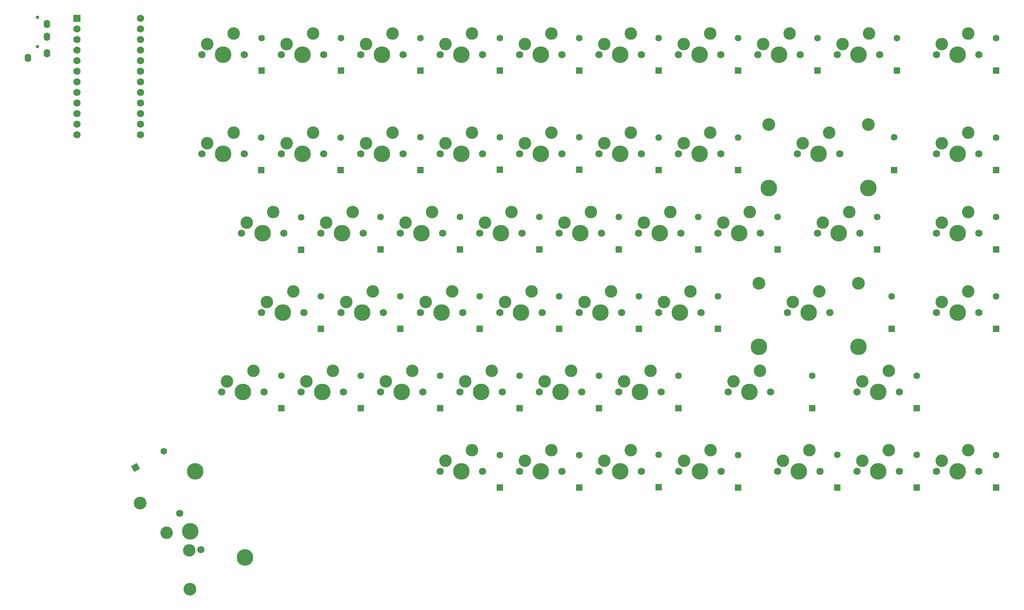
<source format=gbr>
G04 #@! TF.GenerationSoftware,KiCad,Pcbnew,7.0.9*
G04 #@! TF.CreationDate,2023-12-20T04:01:07-06:00*
G04 #@! TF.ProjectId,keyboard,6b657962-6f61-4726-942e-6b696361645f,rev?*
G04 #@! TF.SameCoordinates,Original*
G04 #@! TF.FileFunction,Soldermask,Top*
G04 #@! TF.FilePolarity,Negative*
%FSLAX46Y46*%
G04 Gerber Fmt 4.6, Leading zero omitted, Abs format (unit mm)*
G04 Created by KiCad (PCBNEW 7.0.9) date 2023-12-20 04:01:07*
%MOMM*%
%LPD*%
G01*
G04 APERTURE LIST*
G04 Aperture macros list*
%AMRotRect*
0 Rectangle, with rotation*
0 The origin of the aperture is its center*
0 $1 length*
0 $2 width*
0 $3 Rotation angle, in degrees counterclockwise*
0 Add horizontal line*
21,1,$1,$2,0,0,$3*%
G04 Aperture macros list end*
%ADD10C,1.750000*%
%ADD11C,3.000000*%
%ADD12C,3.987800*%
%ADD13R,1.752600X1.752600*%
%ADD14C,1.752600*%
%ADD15C,3.048000*%
%ADD16C,0.800000*%
%ADD17O,1.600000X2.000000*%
%ADD18R,1.600000X1.600000*%
%ADD19C,1.600000*%
%ADD20RotRect,1.600000X1.600000X30.000000*%
G04 APERTURE END LIST*
D10*
X383213000Y-116824132D03*
D11*
X384483000Y-114284132D03*
D12*
X388293000Y-116824132D03*
D11*
X390833000Y-111744132D03*
D10*
X393373000Y-116824132D03*
X392738000Y-135874132D03*
D11*
X394008000Y-133334132D03*
D12*
X397818000Y-135874132D03*
D11*
X400358000Y-130794132D03*
D10*
X402898000Y-135874132D03*
D13*
X300860000Y-46200000D03*
D14*
X300860000Y-48740000D03*
X300860000Y-51280000D03*
X300860000Y-53820000D03*
X300860000Y-56360000D03*
X300860000Y-58900000D03*
X300860000Y-61440000D03*
X300860000Y-63980000D03*
X300860000Y-66520000D03*
X300860000Y-69060000D03*
X300860000Y-71600000D03*
X300860000Y-74140000D03*
X316100000Y-74140000D03*
X316100000Y-71600000D03*
X316100000Y-69060000D03*
X316100000Y-66520000D03*
X316100000Y-63980000D03*
X316100000Y-61440000D03*
X316100000Y-58900000D03*
X316100000Y-56360000D03*
X316100000Y-53820000D03*
X316100000Y-51280000D03*
X316100000Y-48740000D03*
X316100000Y-46200000D03*
D10*
X378450500Y-97774132D03*
D11*
X379720500Y-95234132D03*
D12*
X383530500Y-97774132D03*
D11*
X386070500Y-92694132D03*
D10*
X388610500Y-97774132D03*
X397500500Y-97774132D03*
D11*
X398770500Y-95234132D03*
D12*
X402580500Y-97774132D03*
D11*
X405120500Y-92694132D03*
D10*
X407660500Y-97774132D03*
D15*
X466842500Y-71739132D03*
D12*
X466842500Y-86979132D03*
D10*
X473700500Y-78724132D03*
D11*
X474970500Y-76184132D03*
D12*
X478780500Y-78724132D03*
D11*
X481320500Y-73644132D03*
D10*
X483860500Y-78724132D03*
D15*
X490718500Y-71739132D03*
D12*
X490718500Y-86979132D03*
D10*
X407025500Y-154924132D03*
D11*
X408295500Y-152384132D03*
D12*
X412105500Y-154924132D03*
D11*
X414645500Y-149844132D03*
D10*
X417185500Y-154924132D03*
X445125500Y-78724132D03*
D11*
X446395500Y-76184132D03*
D12*
X450205500Y-78724132D03*
D11*
X452745500Y-73644132D03*
D10*
X455285500Y-78724132D03*
X349875500Y-54911632D03*
D11*
X351145500Y-52371632D03*
D12*
X354955500Y-54911632D03*
D11*
X357495500Y-49831632D03*
D10*
X360035500Y-54911632D03*
X421313000Y-116824132D03*
D11*
X422583000Y-114284132D03*
D12*
X426393000Y-116824132D03*
D11*
X428933000Y-111744132D03*
D10*
X431473000Y-116824132D03*
X387975500Y-154924132D03*
D11*
X389245500Y-152384132D03*
D12*
X393055500Y-154924132D03*
D11*
X395595500Y-149844132D03*
D10*
X398135500Y-154924132D03*
X335588000Y-135874132D03*
D11*
X336858000Y-133334132D03*
D12*
X340668000Y-135874132D03*
D11*
X343208000Y-130794132D03*
D10*
X345748000Y-135874132D03*
X373688000Y-135874132D03*
D11*
X374958000Y-133334132D03*
D12*
X378768000Y-135874132D03*
D11*
X381308000Y-130794132D03*
D10*
X383848000Y-135874132D03*
X487988000Y-135874132D03*
D11*
X489258000Y-133334132D03*
D12*
X493068000Y-135874132D03*
D11*
X495608000Y-130794132D03*
D10*
X498148000Y-135874132D03*
X330825500Y-78724132D03*
D11*
X332095500Y-76184132D03*
D12*
X335905500Y-78724132D03*
D11*
X338445500Y-73644132D03*
D10*
X340985500Y-78724132D03*
X354638000Y-135874132D03*
D11*
X355908000Y-133334132D03*
D12*
X359718000Y-135874132D03*
D11*
X362258000Y-130794132D03*
D10*
X364798000Y-135874132D03*
X340350500Y-97774132D03*
D11*
X341620500Y-95234132D03*
D12*
X345430500Y-97774132D03*
D11*
X347970500Y-92694132D03*
D10*
X350510500Y-97774132D03*
X440363000Y-116824132D03*
D11*
X441633000Y-114284132D03*
D12*
X445443000Y-116824132D03*
D11*
X447983000Y-111744132D03*
D10*
X450523000Y-116824132D03*
X457031750Y-135874132D03*
D11*
X458301750Y-133334132D03*
D12*
X462111750Y-135874132D03*
D11*
X464651750Y-130794132D03*
D10*
X467191750Y-135874132D03*
X387975500Y-78724132D03*
D11*
X389245500Y-76184132D03*
D12*
X393055500Y-78724132D03*
D11*
X395595500Y-73644132D03*
D10*
X398135500Y-78724132D03*
X468938000Y-154924132D03*
D11*
X470208000Y-152384132D03*
D12*
X474018000Y-154924132D03*
D11*
X476558000Y-149844132D03*
D10*
X479098000Y-154924132D03*
X407025500Y-54911632D03*
D11*
X408295500Y-52371632D03*
D12*
X412105500Y-54911632D03*
D11*
X414645500Y-49831632D03*
D10*
X417185500Y-54911632D03*
X487988000Y-154924132D03*
D11*
X489258000Y-152384132D03*
D12*
X493068000Y-154924132D03*
D11*
X495608000Y-149844132D03*
D10*
X498148000Y-154924132D03*
X507038000Y-97774132D03*
D11*
X508308000Y-95234132D03*
D12*
X512118000Y-97774132D03*
D11*
X514658000Y-92694132D03*
D10*
X517198000Y-97774132D03*
X507038000Y-116824132D03*
D11*
X508308000Y-114284132D03*
D12*
X512118000Y-116824132D03*
D11*
X514658000Y-111744132D03*
D10*
X517198000Y-116824132D03*
X426075500Y-154924132D03*
D11*
X427345500Y-152384132D03*
D12*
X431155500Y-154924132D03*
D11*
X433695500Y-149844132D03*
D10*
X436235500Y-154924132D03*
X483225500Y-54911632D03*
D11*
X484495500Y-52371632D03*
D12*
X488305500Y-54911632D03*
D11*
X490845500Y-49831632D03*
D10*
X493385500Y-54911632D03*
D15*
X464461250Y-109839132D03*
D12*
X464461250Y-125079132D03*
D10*
X471319250Y-116824132D03*
D11*
X472589250Y-114284132D03*
D12*
X476399250Y-116824132D03*
D11*
X478939250Y-111744132D03*
D10*
X481479250Y-116824132D03*
D15*
X488337250Y-109839132D03*
D12*
X488337250Y-125079132D03*
D10*
X464175500Y-54911632D03*
D11*
X465445500Y-52371632D03*
D12*
X469255500Y-54911632D03*
D11*
X471795500Y-49831632D03*
D10*
X474335500Y-54911632D03*
X349875500Y-78724132D03*
D11*
X351145500Y-76184132D03*
D12*
X354955500Y-78724132D03*
D11*
X357495500Y-73644132D03*
D10*
X360035500Y-78724132D03*
X387975500Y-54911632D03*
D11*
X389245500Y-52371632D03*
D12*
X393055500Y-54911632D03*
D11*
X395595500Y-49831632D03*
D10*
X398135500Y-54911632D03*
X368925500Y-54911632D03*
D11*
X370195500Y-52371632D03*
D12*
X374005500Y-54911632D03*
D11*
X376545500Y-49831632D03*
D10*
X379085500Y-54911632D03*
X445252500Y-154924132D03*
D11*
X446522500Y-152384132D03*
D12*
X450332500Y-154924132D03*
D11*
X452872500Y-149844132D03*
D10*
X455412500Y-154924132D03*
X402263000Y-116824132D03*
D11*
X403533000Y-114284132D03*
D12*
X407343000Y-116824132D03*
D11*
X409883000Y-111744132D03*
D10*
X412423000Y-116824132D03*
X345113000Y-116824132D03*
D11*
X346383000Y-114284132D03*
D12*
X350193000Y-116824132D03*
D11*
X352733000Y-111744132D03*
D10*
X355273000Y-116824132D03*
X368925500Y-78724132D03*
D11*
X370195500Y-76184132D03*
D12*
X374005500Y-78724132D03*
D11*
X376545500Y-73644132D03*
D10*
X379085500Y-78724132D03*
X507038000Y-154924132D03*
D11*
X508308000Y-152384132D03*
D12*
X512118000Y-154924132D03*
D11*
X514658000Y-149844132D03*
D10*
X517198000Y-154924132D03*
X416550500Y-97774132D03*
D11*
X417820500Y-95234132D03*
D12*
X421630500Y-97774132D03*
D11*
X424170500Y-92694132D03*
D10*
X426710500Y-97774132D03*
X364163000Y-116824132D03*
D11*
X365433000Y-114284132D03*
D12*
X369243000Y-116824132D03*
D11*
X371783000Y-111744132D03*
D10*
X374323000Y-116824132D03*
X359400500Y-97774132D03*
D11*
X360670500Y-95234132D03*
D12*
X364480500Y-97774132D03*
D11*
X367020500Y-92694132D03*
D10*
X369560500Y-97774132D03*
D15*
X327990273Y-183192200D03*
D12*
X341188500Y-175572200D03*
D10*
X330610460Y-173760498D03*
D11*
X327775755Y-173930646D03*
D12*
X328070460Y-169361089D03*
D11*
X322401051Y-169701384D03*
D10*
X325530460Y-164961680D03*
D15*
X316052273Y-162514978D03*
D12*
X329250500Y-154894978D03*
D10*
X330825500Y-54911632D03*
D11*
X332095500Y-52371632D03*
D12*
X335905500Y-54911632D03*
D11*
X338445500Y-49831632D03*
D10*
X340985500Y-54911632D03*
X426075500Y-78724132D03*
D11*
X427345500Y-76184132D03*
D12*
X431155500Y-78724132D03*
D11*
X433695500Y-73644132D03*
D10*
X436235500Y-78724132D03*
X411788000Y-135874132D03*
D11*
X413058000Y-133334132D03*
D12*
X416868000Y-135874132D03*
D11*
X419408000Y-130794132D03*
D10*
X421948000Y-135874132D03*
X507038000Y-78724132D03*
D11*
X508308000Y-76184132D03*
D12*
X512118000Y-78724132D03*
D11*
X514658000Y-73644132D03*
D10*
X517198000Y-78724132D03*
X426075500Y-54911632D03*
D11*
X427345500Y-52371632D03*
D12*
X431155500Y-54911632D03*
D11*
X433695500Y-49831632D03*
D10*
X436235500Y-54911632D03*
X407025500Y-78724132D03*
D11*
X408295500Y-76184132D03*
D12*
X412105500Y-78724132D03*
D11*
X414645500Y-73644132D03*
D10*
X417185500Y-78724132D03*
X435600500Y-97774132D03*
D11*
X436870500Y-95234132D03*
D12*
X440680500Y-97774132D03*
D11*
X443220500Y-92694132D03*
D10*
X445760500Y-97774132D03*
X507038000Y-54911632D03*
D11*
X508308000Y-52371632D03*
D12*
X512118000Y-54911632D03*
D11*
X514658000Y-49831632D03*
D10*
X517198000Y-54911632D03*
X454650500Y-97774132D03*
D11*
X455920500Y-95234132D03*
D12*
X459730500Y-97774132D03*
D11*
X462270500Y-92694132D03*
D10*
X464810500Y-97774132D03*
X445125500Y-54911632D03*
D11*
X446395500Y-52371632D03*
D12*
X450205500Y-54911632D03*
D11*
X452745500Y-49831632D03*
D10*
X455285500Y-54911632D03*
X430838000Y-135874132D03*
D11*
X432108000Y-133334132D03*
D12*
X435918000Y-135874132D03*
D11*
X438458000Y-130794132D03*
D10*
X440998000Y-135874132D03*
D16*
X291350000Y-46000000D03*
X291350000Y-53000000D03*
D17*
X289050000Y-55700000D03*
X293650000Y-54600000D03*
X293650000Y-50600000D03*
X293650000Y-47600000D03*
D10*
X478463000Y-97774132D03*
D11*
X479733000Y-95234132D03*
D12*
X483543000Y-97774132D03*
D11*
X486083000Y-92694132D03*
D10*
X488623000Y-97774132D03*
D18*
X459420500Y-58732200D03*
D19*
X459420500Y-50932200D03*
D18*
X383220500Y-82582200D03*
D19*
X383220500Y-74782200D03*
D18*
X378440500Y-120722200D03*
D19*
X378440500Y-112922200D03*
D18*
X345100499Y-58777201D03*
D19*
X345100499Y-50977201D03*
D18*
X521300500Y-120742200D03*
D19*
X521300500Y-112942200D03*
D18*
X349900500Y-139787200D03*
D19*
X349900500Y-131987200D03*
D18*
X387980500Y-139742200D03*
D19*
X387980500Y-131942200D03*
D18*
X364170501Y-58777199D03*
D19*
X364170501Y-50977199D03*
D18*
X521320500Y-101677200D03*
D19*
X521320500Y-93877200D03*
D18*
X373660500Y-101702200D03*
D19*
X373660500Y-93902200D03*
D18*
X521370500Y-82622200D03*
D19*
X521370500Y-74822200D03*
D18*
X492770500Y-101667200D03*
D19*
X492770500Y-93867200D03*
D18*
X502260500Y-158787200D03*
D19*
X502260500Y-150987200D03*
D18*
X407015500Y-139774700D03*
D19*
X407015500Y-131974700D03*
D18*
X421320499Y-58752201D03*
D19*
X421320499Y-50952201D03*
D18*
X477260500Y-139742200D03*
D19*
X477260500Y-131942200D03*
D18*
X468930500Y-101662200D03*
D19*
X468930500Y-93862200D03*
D18*
X392720500Y-101682200D03*
D19*
X392720500Y-93882200D03*
D18*
X496883000Y-82587200D03*
D19*
X496883000Y-74787200D03*
D18*
X383230500Y-58772200D03*
D19*
X383230500Y-50972200D03*
D18*
X435610500Y-120692200D03*
D19*
X435610500Y-112892200D03*
D20*
X314923001Y-154012200D03*
D19*
X321677999Y-150112200D03*
D18*
X521350500Y-158802200D03*
D19*
X521350500Y-151002200D03*
D18*
X449860500Y-101677200D03*
D19*
X449860500Y-93877200D03*
D18*
X397490500Y-120722200D03*
D19*
X397490500Y-112922200D03*
D18*
X345088000Y-82599700D03*
D19*
X345088000Y-74799700D03*
D18*
X354590500Y-101734700D03*
D19*
X354590500Y-93934700D03*
D18*
X426070500Y-139762200D03*
D19*
X426070500Y-131962200D03*
D18*
X421330500Y-82542200D03*
D19*
X421330500Y-74742200D03*
D18*
X440355500Y-82612200D03*
D19*
X440355500Y-74812200D03*
D18*
X459470500Y-82592200D03*
D19*
X459470500Y-74792200D03*
D18*
X359370500Y-120737200D03*
D19*
X359370500Y-112937200D03*
D18*
X496250500Y-120707200D03*
D19*
X496250500Y-112907200D03*
D18*
X416540500Y-120702200D03*
D19*
X416540500Y-112902200D03*
D18*
X402260500Y-82562200D03*
D19*
X402260500Y-74762200D03*
D18*
X368910500Y-139762200D03*
D19*
X368910500Y-131962200D03*
D18*
X497530500Y-58732200D03*
D19*
X497530500Y-50932200D03*
D18*
X364140500Y-82602200D03*
D19*
X364140500Y-74802200D03*
D18*
X483220500Y-158782200D03*
D19*
X483220500Y-150982200D03*
D18*
X521370500Y-58732200D03*
D19*
X521370500Y-50932200D03*
D18*
X454640500Y-120692200D03*
D19*
X454640500Y-112892200D03*
D18*
X430830500Y-101662200D03*
D19*
X430830500Y-93862200D03*
D18*
X440380500Y-158777200D03*
D19*
X440380500Y-150977200D03*
D18*
X459430500Y-158817200D03*
D19*
X459430500Y-151017200D03*
D18*
X478470500Y-58732200D03*
D19*
X478470500Y-50932200D03*
D18*
X411800500Y-101682200D03*
D19*
X411800500Y-93882200D03*
D18*
X402270500Y-158802200D03*
D19*
X402270500Y-151002200D03*
D18*
X421300500Y-158812200D03*
D19*
X421300500Y-151012200D03*
D18*
X502270500Y-139772200D03*
D19*
X502270500Y-131972200D03*
D18*
X445130500Y-139742200D03*
D19*
X445130500Y-131942200D03*
D18*
X402280500Y-58752200D03*
D19*
X402280500Y-50952200D03*
D18*
X440390500Y-58732200D03*
D19*
X440390500Y-50932200D03*
M02*

</source>
